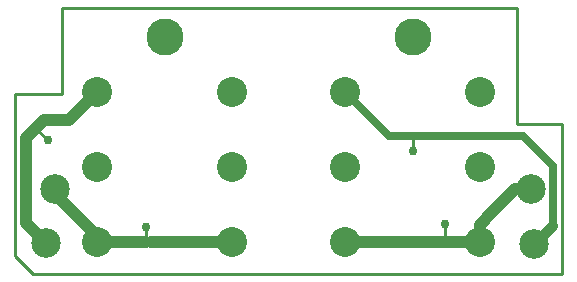
<source format=gtl>
G04 EAGLE Gerber RS-274X export*
G75*
%MOMM*%
%FSLAX34Y34*%
%LPD*%
%INTop Copper*%
%IPPOS*%
%AMOC8*
5,1,8,0,0,1.08239X$1,22.5*%
G01*
%ADD10C,2.540000*%
%ADD11C,3.124200*%
%ADD12C,0.762000*%
%ADD13C,1.016000*%
%ADD14C,2.500000*%
%ADD15C,0.254000*%
%ADD16C,0.152400*%
%ADD17C,0.812800*%
%ADD18C,0.700000*%
%ADD19C,0.254000*%


D10*
X623500Y437000D03*
X623500Y500500D03*
X623500Y564000D03*
X509454Y437000D03*
X509454Y500500D03*
X509454Y564000D03*
D11*
X566604Y610228D03*
D10*
X413600Y437300D03*
X413600Y500800D03*
X413600Y564300D03*
X299554Y437300D03*
X299554Y500800D03*
X299554Y564300D03*
D11*
X356704Y610528D03*
D12*
X340500Y449500D03*
X257500Y523000D03*
X593500Y452000D03*
X566500Y514000D03*
D13*
X594500Y437000D02*
X509454Y437000D01*
X594500Y437000D02*
X623500Y437000D01*
X623500Y451500D01*
X634000Y462000D01*
X653500Y481500D02*
X667000Y481500D01*
X653500Y481500D02*
X634000Y462000D01*
D14*
X667000Y481500D03*
D15*
X593500Y452000D02*
X593500Y438000D01*
X594500Y437000D01*
D13*
X340500Y437300D02*
X299554Y437300D01*
X345000Y437300D02*
X413600Y437300D01*
X263500Y477854D02*
X263500Y481500D01*
D14*
X263500Y481500D03*
D13*
X299554Y441800D02*
X299554Y437300D01*
X299554Y441800D02*
X263500Y477854D01*
D15*
X340500Y449500D02*
X340500Y437300D01*
D16*
X345000Y437300D01*
D13*
X509454Y563500D02*
X509454Y564000D01*
D17*
X669500Y435000D02*
X670000Y435000D01*
D14*
X669500Y435000D03*
D18*
X567000Y526500D02*
X546454Y526500D01*
D17*
X670000Y435000D02*
X685500Y450500D01*
D15*
X566500Y514000D02*
X566500Y526000D01*
X567000Y526500D01*
D18*
X546454Y526500D02*
X509454Y563500D01*
X567000Y526500D02*
X660000Y526500D01*
X685500Y501000D02*
X685500Y450500D01*
X685500Y501000D02*
X660000Y526500D01*
D13*
X305554Y564300D02*
X299554Y564300D01*
X275254Y540000D01*
X254000Y540000D01*
X246750Y532750D01*
X239000Y525000D01*
X239000Y453000D01*
X256000Y436000D01*
X256250Y436250D01*
D14*
X256250Y436250D03*
D15*
X257500Y523000D02*
X247750Y532750D01*
X246750Y532750D01*
D19*
X230000Y425000D02*
X245000Y410000D01*
X693000Y410000D01*
X693000Y536500D01*
X655000Y536500D01*
X655000Y635000D01*
X270000Y635000D01*
X270000Y562500D01*
X230000Y562500D01*
X230000Y425000D01*
M02*

</source>
